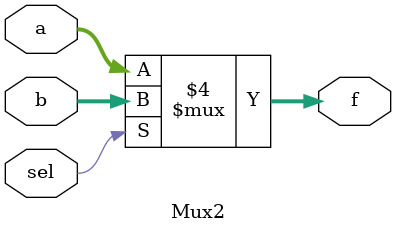
<source format=sv>
module Mux2 #(parameter width = 16) (
    input logic[width - 1:0] a, b,
    input sel,
    output logic[width-1:0] f
);

always_comb
begin
    if (sel == 1'b0) f = a;
    else f = b;
end

endmodule:Mux2

</source>
